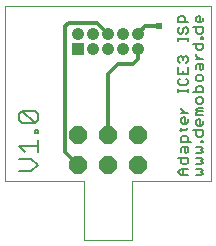
<source format=gtl>
G75*
%MOIN*%
%OFA0B0*%
%FSLAX24Y24*%
%IPPOS*%
%LPD*%
%AMOC8*
5,1,8,0,0,1.08239X$1,22.5*
%
%ADD10C,0.0000*%
%ADD11C,0.0070*%
%ADD12C,0.0080*%
%ADD13OC8,0.0600*%
%ADD14C,0.0413*%
%ADD15R,0.0413X0.0413*%
%ADD16C,0.0120*%
%ADD17C,0.0240*%
D10*
X000100Y002069D02*
X002738Y002069D01*
X002738Y000100D01*
X004313Y000100D01*
X004313Y002069D01*
X006950Y002069D01*
X006950Y007902D01*
X000100Y007902D01*
X000100Y002069D01*
D11*
X005860Y002370D02*
X005970Y002480D01*
X006190Y002480D01*
X006135Y002628D02*
X006025Y002628D01*
X005970Y002683D01*
X005970Y002849D01*
X005860Y002849D02*
X006190Y002849D01*
X006190Y002683D01*
X006135Y002628D01*
X006025Y002480D02*
X006025Y002260D01*
X005970Y002260D02*
X005860Y002370D01*
X005970Y002260D02*
X006190Y002260D01*
X006470Y002260D02*
X006635Y002260D01*
X006690Y002315D01*
X006635Y002370D01*
X006690Y002425D01*
X006635Y002480D01*
X006470Y002480D01*
X006470Y002628D02*
X006635Y002628D01*
X006690Y002683D01*
X006635Y002738D01*
X006690Y002793D01*
X006635Y002849D01*
X006470Y002849D01*
X006470Y002997D02*
X006635Y002997D01*
X006690Y003052D01*
X006635Y003107D01*
X006690Y003162D01*
X006635Y003217D01*
X006470Y003217D01*
X006300Y003365D02*
X005970Y003365D01*
X005970Y003530D01*
X006025Y003585D01*
X006135Y003585D01*
X006190Y003530D01*
X006190Y003365D01*
X006190Y003217D02*
X006025Y003217D01*
X005970Y003162D01*
X005970Y003052D01*
X006080Y003052D02*
X006080Y003217D01*
X006190Y003217D02*
X006190Y003052D01*
X006135Y002997D01*
X006080Y003052D01*
X006525Y003549D02*
X006470Y003604D01*
X006470Y003769D01*
X006360Y003769D02*
X006690Y003769D01*
X006690Y003604D01*
X006635Y003549D01*
X006525Y003549D01*
X006635Y003420D02*
X006690Y003420D01*
X006690Y003365D01*
X006635Y003365D01*
X006635Y003420D01*
X006635Y003917D02*
X006525Y003917D01*
X006470Y003972D01*
X006470Y004083D01*
X006525Y004138D01*
X006580Y004138D01*
X006580Y003917D01*
X006635Y003917D02*
X006690Y003972D01*
X006690Y004083D01*
X006690Y004286D02*
X006470Y004286D01*
X006470Y004341D01*
X006525Y004396D01*
X006470Y004451D01*
X006525Y004506D01*
X006690Y004506D01*
X006690Y004396D02*
X006525Y004396D01*
X006525Y004654D02*
X006470Y004709D01*
X006470Y004819D01*
X006525Y004874D01*
X006635Y004874D01*
X006690Y004819D01*
X006690Y004709D01*
X006635Y004654D01*
X006525Y004654D01*
X006470Y005022D02*
X006470Y005187D01*
X006525Y005243D01*
X006635Y005243D01*
X006690Y005187D01*
X006690Y005022D01*
X006360Y005022D01*
X006190Y005022D02*
X006190Y005132D01*
X006190Y005077D02*
X005860Y005077D01*
X005860Y005022D02*
X005860Y005132D01*
X005915Y005268D02*
X006135Y005268D01*
X006190Y005323D01*
X006190Y005433D01*
X006135Y005488D01*
X006190Y005636D02*
X006190Y005856D01*
X006135Y006005D02*
X006190Y006060D01*
X006190Y006170D01*
X006135Y006225D01*
X006080Y006225D01*
X006025Y006170D01*
X006025Y006115D01*
X006025Y006170D02*
X005970Y006225D01*
X005915Y006225D01*
X005860Y006170D01*
X005860Y006060D01*
X005915Y006005D01*
X005860Y005856D02*
X005860Y005636D01*
X006190Y005636D01*
X006025Y005636D02*
X006025Y005746D01*
X005915Y005488D02*
X005860Y005433D01*
X005860Y005323D01*
X005915Y005268D01*
X006470Y005446D02*
X006525Y005391D01*
X006635Y005391D01*
X006690Y005446D01*
X006690Y005556D01*
X006635Y005611D01*
X006525Y005611D01*
X006470Y005556D01*
X006470Y005446D01*
X006635Y005759D02*
X006580Y005814D01*
X006580Y005979D01*
X006525Y005979D02*
X006690Y005979D01*
X006690Y005814D01*
X006635Y005759D01*
X006470Y005814D02*
X006470Y005924D01*
X006525Y005979D01*
X006580Y006127D02*
X006470Y006237D01*
X006470Y006292D01*
X006525Y006434D02*
X006470Y006489D01*
X006470Y006654D01*
X006360Y006654D02*
X006690Y006654D01*
X006690Y006489D01*
X006635Y006434D01*
X006525Y006434D01*
X006470Y006127D02*
X006690Y006127D01*
X006190Y006741D02*
X006190Y006851D01*
X006190Y006796D02*
X005860Y006796D01*
X005860Y006741D02*
X005860Y006851D01*
X005915Y006987D02*
X005970Y006987D01*
X006025Y007042D01*
X006025Y007152D01*
X006080Y007207D01*
X006135Y007207D01*
X006190Y007152D01*
X006190Y007042D01*
X006135Y006987D01*
X006360Y007207D02*
X006690Y007207D01*
X006690Y007042D01*
X006635Y006987D01*
X006525Y006987D01*
X006470Y007042D01*
X006470Y007207D01*
X006525Y007355D02*
X006470Y007410D01*
X006470Y007520D01*
X006525Y007575D01*
X006580Y007575D01*
X006580Y007355D01*
X006635Y007355D02*
X006690Y007410D01*
X006690Y007520D01*
X006635Y007355D02*
X006525Y007355D01*
X006190Y007355D02*
X005860Y007355D01*
X005860Y007520D01*
X005915Y007575D01*
X006025Y007575D01*
X006080Y007520D01*
X006080Y007355D01*
X005915Y007207D02*
X005860Y007152D01*
X005860Y007042D01*
X005915Y006987D01*
X006635Y006858D02*
X006690Y006858D01*
X006690Y006803D01*
X006635Y006803D01*
X006635Y006858D01*
X005970Y004512D02*
X005970Y004457D01*
X006080Y004347D01*
X006190Y004347D02*
X005970Y004347D01*
X006025Y004199D02*
X006080Y004199D01*
X006080Y003979D01*
X006135Y003979D02*
X006190Y004034D01*
X006190Y004144D01*
X006025Y004199D02*
X005970Y004144D01*
X005970Y004034D01*
X006025Y003979D01*
X006135Y003979D01*
X006190Y003843D02*
X006135Y003788D01*
X005915Y003788D01*
X005970Y003733D02*
X005970Y003843D01*
D12*
X001185Y003783D02*
X001185Y003679D01*
X001082Y003679D01*
X001082Y003783D01*
X001185Y003783D01*
X001082Y004001D02*
X000668Y004415D01*
X001082Y004415D01*
X001185Y004312D01*
X001185Y004105D01*
X001082Y004001D01*
X000668Y004001D01*
X000564Y004105D01*
X000564Y004312D01*
X000668Y004415D01*
X001185Y003448D02*
X001185Y003035D01*
X001185Y003241D02*
X000564Y003241D01*
X000771Y003035D01*
X000978Y002804D02*
X000564Y002804D01*
X000564Y002390D02*
X000978Y002390D01*
X001185Y002597D01*
X000978Y002804D01*
D13*
X002525Y002600D03*
X002525Y003600D03*
X003525Y003600D03*
X003525Y002600D03*
X004525Y002600D03*
X004525Y003600D03*
D14*
X004525Y006475D03*
X004025Y006475D03*
X003525Y006475D03*
X003025Y006475D03*
X003025Y006975D03*
X002525Y006975D03*
X003525Y006975D03*
X004025Y006975D03*
X004525Y006975D03*
D15*
X002525Y006475D03*
D16*
X002100Y007225D02*
X002100Y003025D01*
X002525Y002600D01*
X003525Y003600D02*
X003525Y005650D01*
X003850Y005975D01*
X004350Y005975D01*
X004525Y006150D01*
X004525Y006475D01*
X004525Y006975D02*
X004775Y007225D01*
X005225Y007225D01*
X003525Y006975D02*
X003150Y007350D01*
X002225Y007350D01*
X002100Y007225D01*
D17*
X005225Y007225D03*
M02*

</source>
